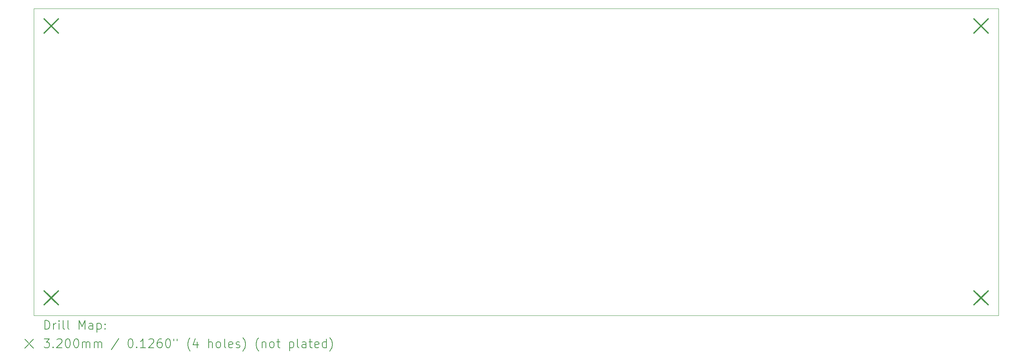
<source format=gbr>
%TF.GenerationSoftware,KiCad,Pcbnew,(6.0.7)*%
%TF.CreationDate,2023-06-05T08:02:43+05:30*%
%TF.ProjectId,acpm-arduino_motor_part,6163706d-2d61-4726-9475-696e6f5f6d6f,rev?*%
%TF.SameCoordinates,Original*%
%TF.FileFunction,Drillmap*%
%TF.FilePolarity,Positive*%
%FSLAX45Y45*%
G04 Gerber Fmt 4.5, Leading zero omitted, Abs format (unit mm)*
G04 Created by KiCad (PCBNEW (6.0.7)) date 2023-06-05 08:02:43*
%MOMM*%
%LPD*%
G01*
G04 APERTURE LIST*
%ADD10C,0.100000*%
%ADD11C,0.200000*%
%ADD12C,0.320000*%
G04 APERTURE END LIST*
D10*
X3900000Y-3800000D02*
X25900000Y-3800000D01*
X25900000Y-3800000D02*
X25900000Y-10800000D01*
X25900000Y-10800000D02*
X3900000Y-10800000D01*
X3900000Y-10800000D02*
X3900000Y-3800000D01*
D11*
D12*
X4140000Y-4040000D02*
X4460000Y-4360000D01*
X4460000Y-4040000D02*
X4140000Y-4360000D01*
X4140000Y-10240000D02*
X4460000Y-10560000D01*
X4460000Y-10240000D02*
X4140000Y-10560000D01*
X25340000Y-4040000D02*
X25660000Y-4360000D01*
X25660000Y-4040000D02*
X25340000Y-4360000D01*
X25340000Y-10240000D02*
X25660000Y-10560000D01*
X25660000Y-10240000D02*
X25340000Y-10560000D01*
D11*
X4152619Y-11115476D02*
X4152619Y-10915476D01*
X4200238Y-10915476D01*
X4228810Y-10925000D01*
X4247857Y-10944048D01*
X4257381Y-10963095D01*
X4266905Y-11001190D01*
X4266905Y-11029762D01*
X4257381Y-11067857D01*
X4247857Y-11086905D01*
X4228810Y-11105952D01*
X4200238Y-11115476D01*
X4152619Y-11115476D01*
X4352619Y-11115476D02*
X4352619Y-10982143D01*
X4352619Y-11020238D02*
X4362143Y-11001190D01*
X4371667Y-10991667D01*
X4390714Y-10982143D01*
X4409762Y-10982143D01*
X4476429Y-11115476D02*
X4476429Y-10982143D01*
X4476429Y-10915476D02*
X4466905Y-10925000D01*
X4476429Y-10934524D01*
X4485952Y-10925000D01*
X4476429Y-10915476D01*
X4476429Y-10934524D01*
X4600238Y-11115476D02*
X4581190Y-11105952D01*
X4571667Y-11086905D01*
X4571667Y-10915476D01*
X4705000Y-11115476D02*
X4685952Y-11105952D01*
X4676429Y-11086905D01*
X4676429Y-10915476D01*
X4933571Y-11115476D02*
X4933571Y-10915476D01*
X5000238Y-11058333D01*
X5066905Y-10915476D01*
X5066905Y-11115476D01*
X5247857Y-11115476D02*
X5247857Y-11010714D01*
X5238333Y-10991667D01*
X5219286Y-10982143D01*
X5181190Y-10982143D01*
X5162143Y-10991667D01*
X5247857Y-11105952D02*
X5228810Y-11115476D01*
X5181190Y-11115476D01*
X5162143Y-11105952D01*
X5152619Y-11086905D01*
X5152619Y-11067857D01*
X5162143Y-11048810D01*
X5181190Y-11039286D01*
X5228810Y-11039286D01*
X5247857Y-11029762D01*
X5343095Y-10982143D02*
X5343095Y-11182143D01*
X5343095Y-10991667D02*
X5362143Y-10982143D01*
X5400238Y-10982143D01*
X5419286Y-10991667D01*
X5428810Y-11001190D01*
X5438333Y-11020238D01*
X5438333Y-11077381D01*
X5428810Y-11096429D01*
X5419286Y-11105952D01*
X5400238Y-11115476D01*
X5362143Y-11115476D01*
X5343095Y-11105952D01*
X5524048Y-11096429D02*
X5533571Y-11105952D01*
X5524048Y-11115476D01*
X5514524Y-11105952D01*
X5524048Y-11096429D01*
X5524048Y-11115476D01*
X5524048Y-10991667D02*
X5533571Y-11001190D01*
X5524048Y-11010714D01*
X5514524Y-11001190D01*
X5524048Y-10991667D01*
X5524048Y-11010714D01*
X3695000Y-11345000D02*
X3895000Y-11545000D01*
X3895000Y-11345000D02*
X3695000Y-11545000D01*
X4133571Y-11335476D02*
X4257381Y-11335476D01*
X4190714Y-11411667D01*
X4219286Y-11411667D01*
X4238333Y-11421190D01*
X4247857Y-11430714D01*
X4257381Y-11449762D01*
X4257381Y-11497381D01*
X4247857Y-11516428D01*
X4238333Y-11525952D01*
X4219286Y-11535476D01*
X4162143Y-11535476D01*
X4143095Y-11525952D01*
X4133571Y-11516428D01*
X4343095Y-11516428D02*
X4352619Y-11525952D01*
X4343095Y-11535476D01*
X4333571Y-11525952D01*
X4343095Y-11516428D01*
X4343095Y-11535476D01*
X4428810Y-11354524D02*
X4438333Y-11345000D01*
X4457381Y-11335476D01*
X4505000Y-11335476D01*
X4524048Y-11345000D01*
X4533571Y-11354524D01*
X4543095Y-11373571D01*
X4543095Y-11392619D01*
X4533571Y-11421190D01*
X4419286Y-11535476D01*
X4543095Y-11535476D01*
X4666905Y-11335476D02*
X4685952Y-11335476D01*
X4705000Y-11345000D01*
X4714524Y-11354524D01*
X4724048Y-11373571D01*
X4733571Y-11411667D01*
X4733571Y-11459286D01*
X4724048Y-11497381D01*
X4714524Y-11516428D01*
X4705000Y-11525952D01*
X4685952Y-11535476D01*
X4666905Y-11535476D01*
X4647857Y-11525952D01*
X4638333Y-11516428D01*
X4628810Y-11497381D01*
X4619286Y-11459286D01*
X4619286Y-11411667D01*
X4628810Y-11373571D01*
X4638333Y-11354524D01*
X4647857Y-11345000D01*
X4666905Y-11335476D01*
X4857381Y-11335476D02*
X4876429Y-11335476D01*
X4895476Y-11345000D01*
X4905000Y-11354524D01*
X4914524Y-11373571D01*
X4924048Y-11411667D01*
X4924048Y-11459286D01*
X4914524Y-11497381D01*
X4905000Y-11516428D01*
X4895476Y-11525952D01*
X4876429Y-11535476D01*
X4857381Y-11535476D01*
X4838333Y-11525952D01*
X4828810Y-11516428D01*
X4819286Y-11497381D01*
X4809762Y-11459286D01*
X4809762Y-11411667D01*
X4819286Y-11373571D01*
X4828810Y-11354524D01*
X4838333Y-11345000D01*
X4857381Y-11335476D01*
X5009762Y-11535476D02*
X5009762Y-11402143D01*
X5009762Y-11421190D02*
X5019286Y-11411667D01*
X5038333Y-11402143D01*
X5066905Y-11402143D01*
X5085952Y-11411667D01*
X5095476Y-11430714D01*
X5095476Y-11535476D01*
X5095476Y-11430714D02*
X5105000Y-11411667D01*
X5124048Y-11402143D01*
X5152619Y-11402143D01*
X5171667Y-11411667D01*
X5181190Y-11430714D01*
X5181190Y-11535476D01*
X5276429Y-11535476D02*
X5276429Y-11402143D01*
X5276429Y-11421190D02*
X5285952Y-11411667D01*
X5305000Y-11402143D01*
X5333571Y-11402143D01*
X5352619Y-11411667D01*
X5362143Y-11430714D01*
X5362143Y-11535476D01*
X5362143Y-11430714D02*
X5371667Y-11411667D01*
X5390714Y-11402143D01*
X5419286Y-11402143D01*
X5438333Y-11411667D01*
X5447857Y-11430714D01*
X5447857Y-11535476D01*
X5838333Y-11325952D02*
X5666905Y-11583095D01*
X6095476Y-11335476D02*
X6114524Y-11335476D01*
X6133571Y-11345000D01*
X6143095Y-11354524D01*
X6152619Y-11373571D01*
X6162143Y-11411667D01*
X6162143Y-11459286D01*
X6152619Y-11497381D01*
X6143095Y-11516428D01*
X6133571Y-11525952D01*
X6114524Y-11535476D01*
X6095476Y-11535476D01*
X6076428Y-11525952D01*
X6066905Y-11516428D01*
X6057381Y-11497381D01*
X6047857Y-11459286D01*
X6047857Y-11411667D01*
X6057381Y-11373571D01*
X6066905Y-11354524D01*
X6076428Y-11345000D01*
X6095476Y-11335476D01*
X6247857Y-11516428D02*
X6257381Y-11525952D01*
X6247857Y-11535476D01*
X6238333Y-11525952D01*
X6247857Y-11516428D01*
X6247857Y-11535476D01*
X6447857Y-11535476D02*
X6333571Y-11535476D01*
X6390714Y-11535476D02*
X6390714Y-11335476D01*
X6371667Y-11364048D01*
X6352619Y-11383095D01*
X6333571Y-11392619D01*
X6524048Y-11354524D02*
X6533571Y-11345000D01*
X6552619Y-11335476D01*
X6600238Y-11335476D01*
X6619286Y-11345000D01*
X6628809Y-11354524D01*
X6638333Y-11373571D01*
X6638333Y-11392619D01*
X6628809Y-11421190D01*
X6514524Y-11535476D01*
X6638333Y-11535476D01*
X6809762Y-11335476D02*
X6771667Y-11335476D01*
X6752619Y-11345000D01*
X6743095Y-11354524D01*
X6724048Y-11383095D01*
X6714524Y-11421190D01*
X6714524Y-11497381D01*
X6724048Y-11516428D01*
X6733571Y-11525952D01*
X6752619Y-11535476D01*
X6790714Y-11535476D01*
X6809762Y-11525952D01*
X6819286Y-11516428D01*
X6828809Y-11497381D01*
X6828809Y-11449762D01*
X6819286Y-11430714D01*
X6809762Y-11421190D01*
X6790714Y-11411667D01*
X6752619Y-11411667D01*
X6733571Y-11421190D01*
X6724048Y-11430714D01*
X6714524Y-11449762D01*
X6952619Y-11335476D02*
X6971667Y-11335476D01*
X6990714Y-11345000D01*
X7000238Y-11354524D01*
X7009762Y-11373571D01*
X7019286Y-11411667D01*
X7019286Y-11459286D01*
X7009762Y-11497381D01*
X7000238Y-11516428D01*
X6990714Y-11525952D01*
X6971667Y-11535476D01*
X6952619Y-11535476D01*
X6933571Y-11525952D01*
X6924048Y-11516428D01*
X6914524Y-11497381D01*
X6905000Y-11459286D01*
X6905000Y-11411667D01*
X6914524Y-11373571D01*
X6924048Y-11354524D01*
X6933571Y-11345000D01*
X6952619Y-11335476D01*
X7095476Y-11335476D02*
X7095476Y-11373571D01*
X7171667Y-11335476D02*
X7171667Y-11373571D01*
X7466905Y-11611667D02*
X7457381Y-11602143D01*
X7438333Y-11573571D01*
X7428809Y-11554524D01*
X7419286Y-11525952D01*
X7409762Y-11478333D01*
X7409762Y-11440238D01*
X7419286Y-11392619D01*
X7428809Y-11364048D01*
X7438333Y-11345000D01*
X7457381Y-11316428D01*
X7466905Y-11306905D01*
X7628809Y-11402143D02*
X7628809Y-11535476D01*
X7581190Y-11325952D02*
X7533571Y-11468809D01*
X7657381Y-11468809D01*
X7885952Y-11535476D02*
X7885952Y-11335476D01*
X7971667Y-11535476D02*
X7971667Y-11430714D01*
X7962143Y-11411667D01*
X7943095Y-11402143D01*
X7914524Y-11402143D01*
X7895476Y-11411667D01*
X7885952Y-11421190D01*
X8095476Y-11535476D02*
X8076428Y-11525952D01*
X8066905Y-11516428D01*
X8057381Y-11497381D01*
X8057381Y-11440238D01*
X8066905Y-11421190D01*
X8076428Y-11411667D01*
X8095476Y-11402143D01*
X8124048Y-11402143D01*
X8143095Y-11411667D01*
X8152619Y-11421190D01*
X8162143Y-11440238D01*
X8162143Y-11497381D01*
X8152619Y-11516428D01*
X8143095Y-11525952D01*
X8124048Y-11535476D01*
X8095476Y-11535476D01*
X8276428Y-11535476D02*
X8257381Y-11525952D01*
X8247857Y-11506905D01*
X8247857Y-11335476D01*
X8428810Y-11525952D02*
X8409762Y-11535476D01*
X8371667Y-11535476D01*
X8352619Y-11525952D01*
X8343095Y-11506905D01*
X8343095Y-11430714D01*
X8352619Y-11411667D01*
X8371667Y-11402143D01*
X8409762Y-11402143D01*
X8428810Y-11411667D01*
X8438333Y-11430714D01*
X8438333Y-11449762D01*
X8343095Y-11468809D01*
X8514524Y-11525952D02*
X8533571Y-11535476D01*
X8571667Y-11535476D01*
X8590714Y-11525952D01*
X8600238Y-11506905D01*
X8600238Y-11497381D01*
X8590714Y-11478333D01*
X8571667Y-11468809D01*
X8543095Y-11468809D01*
X8524048Y-11459286D01*
X8514524Y-11440238D01*
X8514524Y-11430714D01*
X8524048Y-11411667D01*
X8543095Y-11402143D01*
X8571667Y-11402143D01*
X8590714Y-11411667D01*
X8666905Y-11611667D02*
X8676429Y-11602143D01*
X8695476Y-11573571D01*
X8705000Y-11554524D01*
X8714524Y-11525952D01*
X8724048Y-11478333D01*
X8724048Y-11440238D01*
X8714524Y-11392619D01*
X8705000Y-11364048D01*
X8695476Y-11345000D01*
X8676429Y-11316428D01*
X8666905Y-11306905D01*
X9028810Y-11611667D02*
X9019286Y-11602143D01*
X9000238Y-11573571D01*
X8990714Y-11554524D01*
X8981190Y-11525952D01*
X8971667Y-11478333D01*
X8971667Y-11440238D01*
X8981190Y-11392619D01*
X8990714Y-11364048D01*
X9000238Y-11345000D01*
X9019286Y-11316428D01*
X9028810Y-11306905D01*
X9105000Y-11402143D02*
X9105000Y-11535476D01*
X9105000Y-11421190D02*
X9114524Y-11411667D01*
X9133571Y-11402143D01*
X9162143Y-11402143D01*
X9181190Y-11411667D01*
X9190714Y-11430714D01*
X9190714Y-11535476D01*
X9314524Y-11535476D02*
X9295476Y-11525952D01*
X9285952Y-11516428D01*
X9276429Y-11497381D01*
X9276429Y-11440238D01*
X9285952Y-11421190D01*
X9295476Y-11411667D01*
X9314524Y-11402143D01*
X9343095Y-11402143D01*
X9362143Y-11411667D01*
X9371667Y-11421190D01*
X9381190Y-11440238D01*
X9381190Y-11497381D01*
X9371667Y-11516428D01*
X9362143Y-11525952D01*
X9343095Y-11535476D01*
X9314524Y-11535476D01*
X9438333Y-11402143D02*
X9514524Y-11402143D01*
X9466905Y-11335476D02*
X9466905Y-11506905D01*
X9476429Y-11525952D01*
X9495476Y-11535476D01*
X9514524Y-11535476D01*
X9733571Y-11402143D02*
X9733571Y-11602143D01*
X9733571Y-11411667D02*
X9752619Y-11402143D01*
X9790714Y-11402143D01*
X9809762Y-11411667D01*
X9819286Y-11421190D01*
X9828810Y-11440238D01*
X9828810Y-11497381D01*
X9819286Y-11516428D01*
X9809762Y-11525952D01*
X9790714Y-11535476D01*
X9752619Y-11535476D01*
X9733571Y-11525952D01*
X9943095Y-11535476D02*
X9924048Y-11525952D01*
X9914524Y-11506905D01*
X9914524Y-11335476D01*
X10105000Y-11535476D02*
X10105000Y-11430714D01*
X10095476Y-11411667D01*
X10076429Y-11402143D01*
X10038333Y-11402143D01*
X10019286Y-11411667D01*
X10105000Y-11525952D02*
X10085952Y-11535476D01*
X10038333Y-11535476D01*
X10019286Y-11525952D01*
X10009762Y-11506905D01*
X10009762Y-11487857D01*
X10019286Y-11468809D01*
X10038333Y-11459286D01*
X10085952Y-11459286D01*
X10105000Y-11449762D01*
X10171667Y-11402143D02*
X10247857Y-11402143D01*
X10200238Y-11335476D02*
X10200238Y-11506905D01*
X10209762Y-11525952D01*
X10228810Y-11535476D01*
X10247857Y-11535476D01*
X10390714Y-11525952D02*
X10371667Y-11535476D01*
X10333571Y-11535476D01*
X10314524Y-11525952D01*
X10305000Y-11506905D01*
X10305000Y-11430714D01*
X10314524Y-11411667D01*
X10333571Y-11402143D01*
X10371667Y-11402143D01*
X10390714Y-11411667D01*
X10400238Y-11430714D01*
X10400238Y-11449762D01*
X10305000Y-11468809D01*
X10571667Y-11535476D02*
X10571667Y-11335476D01*
X10571667Y-11525952D02*
X10552619Y-11535476D01*
X10514524Y-11535476D01*
X10495476Y-11525952D01*
X10485952Y-11516428D01*
X10476429Y-11497381D01*
X10476429Y-11440238D01*
X10485952Y-11421190D01*
X10495476Y-11411667D01*
X10514524Y-11402143D01*
X10552619Y-11402143D01*
X10571667Y-11411667D01*
X10647857Y-11611667D02*
X10657381Y-11602143D01*
X10676429Y-11573571D01*
X10685952Y-11554524D01*
X10695476Y-11525952D01*
X10705000Y-11478333D01*
X10705000Y-11440238D01*
X10695476Y-11392619D01*
X10685952Y-11364048D01*
X10676429Y-11345000D01*
X10657381Y-11316428D01*
X10647857Y-11306905D01*
M02*

</source>
